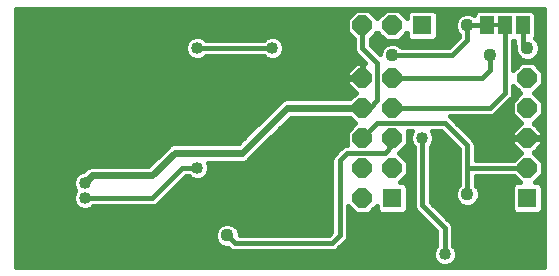
<source format=gbl>
G75*
G70*
%OFA0B0*%
%FSLAX24Y24*%
%IPPOS*%
%LPD*%
%AMOC8*
5,1,8,0,0,1.08239X$1,22.5*
%
%ADD10R,0.0640X0.0640*%
%ADD11OC8,0.0640*%
%ADD12R,0.0460X0.0630*%
%ADD13C,0.0160*%
%ADD14C,0.0400*%
%ADD15C,0.0240*%
%ADD16C,0.0436*%
%ADD17C,0.0150*%
%ADD18C,0.0120*%
D10*
X017399Y008149D03*
X021899Y008149D03*
X018399Y013899D03*
D11*
X017399Y013899D03*
X016399Y013899D03*
X016399Y012149D03*
X017399Y012149D03*
X017399Y011149D03*
X016399Y011149D03*
X016399Y010149D03*
X017399Y010149D03*
X017399Y009149D03*
X016399Y009149D03*
X016399Y008149D03*
X021899Y009149D03*
X021899Y010149D03*
X021899Y011149D03*
X021899Y012149D03*
D12*
X021749Y013899D03*
X021149Y013899D03*
X020549Y013899D03*
D13*
X004849Y014449D02*
X004849Y005848D01*
X022449Y005848D01*
X022449Y014449D01*
X004849Y014449D01*
X004849Y014429D02*
X022449Y014429D01*
X022449Y014271D02*
X022179Y014271D01*
X022179Y014296D02*
X022061Y014413D01*
X021436Y014413D01*
X020836Y014413D01*
X020236Y014413D01*
X020119Y014296D01*
X020119Y014260D01*
X019982Y014317D01*
X019815Y014317D01*
X019662Y014253D01*
X019544Y014135D01*
X019481Y013982D01*
X019481Y013815D01*
X019544Y013662D01*
X019619Y013587D01*
X019619Y013514D01*
X019283Y013178D01*
X017710Y013178D01*
X017635Y013253D01*
X017482Y013317D01*
X017315Y013317D01*
X017162Y013253D01*
X017044Y013135D01*
X016981Y012982D01*
X016981Y012962D01*
X016679Y013264D01*
X016679Y013443D01*
X016899Y013663D01*
X017183Y013379D01*
X017614Y013379D01*
X017879Y013643D01*
X017879Y013496D01*
X017996Y013379D01*
X018801Y013379D01*
X018919Y013496D01*
X018919Y014301D01*
X018801Y014418D01*
X017996Y014418D01*
X017879Y014301D01*
X017879Y014154D01*
X017614Y014418D01*
X017183Y014418D01*
X016899Y014134D01*
X016614Y014418D01*
X016183Y014418D01*
X015879Y014114D01*
X015879Y013683D01*
X016119Y013443D01*
X016119Y013093D01*
X016161Y012990D01*
X016240Y012911D01*
X016503Y012648D01*
X016419Y012648D01*
X016419Y012169D01*
X016379Y012169D01*
X016379Y012648D01*
X016192Y012648D01*
X015899Y012356D01*
X015899Y012169D01*
X016378Y012169D01*
X016378Y012128D01*
X015899Y012128D01*
X015899Y011941D01*
X016177Y011663D01*
X015983Y011468D01*
X013962Y011468D01*
X013835Y011468D01*
X013717Y011420D01*
X012266Y009968D01*
X010085Y009968D01*
X009967Y009920D01*
X009877Y009830D01*
X009877Y009830D01*
X009266Y009218D01*
X007462Y009218D01*
X007335Y009218D01*
X007217Y009170D01*
X007096Y009048D01*
X007069Y009048D01*
X006922Y008988D01*
X006810Y008875D01*
X006749Y008728D01*
X006749Y008569D01*
X006810Y008422D01*
X006833Y008398D01*
X006810Y008375D01*
X006749Y008228D01*
X006749Y008069D01*
X006810Y007922D01*
X006922Y007809D01*
X007069Y007749D01*
X007228Y007749D01*
X007375Y007809D01*
X007434Y007869D01*
X009343Y007869D01*
X009454Y007869D01*
X009557Y007911D01*
X010515Y008869D01*
X010613Y008869D01*
X010672Y008809D01*
X010819Y008749D01*
X010978Y008749D01*
X011125Y008809D01*
X011238Y008922D01*
X011299Y009069D01*
X011299Y009228D01*
X011257Y009329D01*
X012462Y009329D01*
X012580Y009377D01*
X012670Y009467D01*
X014031Y010829D01*
X015983Y010829D01*
X016163Y010648D01*
X015879Y010364D01*
X015879Y009933D01*
X015888Y009923D01*
X015844Y009923D01*
X015743Y009882D01*
X015666Y009804D01*
X015416Y009554D01*
X015374Y009453D01*
X015374Y009344D01*
X015374Y007012D01*
X015285Y006923D01*
X012317Y006923D01*
X012317Y006982D01*
X012253Y007135D01*
X012135Y007253D01*
X011982Y007317D01*
X011815Y007317D01*
X011662Y007253D01*
X011544Y007135D01*
X011481Y006982D01*
X011481Y006815D01*
X011544Y006662D01*
X011662Y006544D01*
X011815Y006480D01*
X011928Y006480D01*
X011993Y006415D01*
X012094Y006374D01*
X015344Y006374D01*
X015453Y006374D01*
X015554Y006415D01*
X015804Y006665D01*
X015882Y006743D01*
X015924Y006844D01*
X015924Y007888D01*
X016183Y007629D01*
X016614Y007629D01*
X016879Y007893D01*
X016879Y007746D01*
X016996Y007629D01*
X017801Y007629D01*
X017919Y007746D01*
X017919Y008551D01*
X017801Y008668D01*
X017654Y008668D01*
X017919Y008933D01*
X017919Y009364D01*
X017634Y009648D01*
X017919Y009933D01*
X017919Y010364D01*
X017914Y010369D01*
X018057Y010369D01*
X017999Y010228D01*
X017999Y010069D01*
X018060Y009922D01*
X018119Y009863D01*
X018119Y007954D01*
X018119Y007843D01*
X018161Y007740D01*
X018869Y007033D01*
X018869Y006559D01*
X018810Y006500D01*
X018749Y006353D01*
X018749Y006194D01*
X018810Y006047D01*
X018922Y005934D01*
X019069Y005874D01*
X019228Y005874D01*
X019375Y005934D01*
X019488Y006047D01*
X019549Y006194D01*
X019549Y006353D01*
X019488Y006500D01*
X019429Y006559D01*
X019429Y007093D01*
X019429Y007204D01*
X019386Y007307D01*
X018679Y008014D01*
X018679Y009863D01*
X018738Y009922D01*
X018799Y010069D01*
X018799Y010228D01*
X018740Y010369D01*
X019033Y010369D01*
X019619Y009783D01*
X019619Y009093D01*
X019619Y008585D01*
X019544Y008510D01*
X019481Y008357D01*
X019481Y008190D01*
X019544Y008037D01*
X019662Y007919D01*
X019815Y007855D01*
X019982Y007855D01*
X020135Y007919D01*
X020253Y008037D01*
X020317Y008190D01*
X020317Y008357D01*
X020253Y008510D01*
X020179Y008585D01*
X020179Y008869D01*
X021443Y008869D01*
X021643Y008668D01*
X021496Y008668D01*
X021379Y008551D01*
X021379Y007746D01*
X021496Y007629D01*
X022301Y007629D01*
X022419Y007746D01*
X022419Y008551D01*
X022301Y008668D01*
X022154Y008668D01*
X022419Y008933D01*
X022419Y009364D01*
X022120Y009663D01*
X022399Y009941D01*
X022399Y010128D01*
X021919Y010128D01*
X021919Y010169D01*
X022399Y010169D01*
X022399Y010356D01*
X022120Y010634D01*
X022419Y010933D01*
X022419Y011364D01*
X022134Y011648D01*
X022419Y011933D01*
X022419Y012364D01*
X022114Y012668D01*
X021683Y012668D01*
X021429Y012414D01*
X021429Y013384D01*
X021436Y013384D01*
X021469Y013384D01*
X021469Y013354D01*
X021469Y013243D01*
X021481Y013214D01*
X021481Y013065D01*
X021544Y012912D01*
X021662Y012794D01*
X021815Y012730D01*
X021982Y012730D01*
X022135Y012794D01*
X022253Y012912D01*
X022317Y013065D01*
X022317Y013232D01*
X022253Y013385D01*
X022158Y013480D01*
X022179Y013501D01*
X022179Y014296D01*
X022179Y014112D02*
X022449Y014112D01*
X022449Y013954D02*
X022179Y013954D01*
X022179Y013795D02*
X022449Y013795D01*
X022449Y013637D02*
X022179Y013637D01*
X022160Y013478D02*
X022449Y013478D01*
X022449Y013320D02*
X022280Y013320D01*
X022317Y013161D02*
X022449Y013161D01*
X022449Y013003D02*
X022291Y013003D01*
X022185Y012844D02*
X022449Y012844D01*
X022449Y012685D02*
X021429Y012685D01*
X021429Y012527D02*
X021542Y012527D01*
X021612Y012844D02*
X021429Y012844D01*
X021429Y013003D02*
X021507Y013003D01*
X021481Y013161D02*
X021429Y013161D01*
X021429Y013320D02*
X021469Y013320D01*
X021749Y013299D02*
X021899Y013149D01*
X021749Y013299D02*
X021749Y013899D01*
X021149Y013899D02*
X021149Y011649D01*
X020649Y011149D01*
X017399Y011149D01*
X016899Y011399D02*
X016899Y012649D01*
X016399Y013149D01*
X016399Y013899D01*
X015879Y013954D02*
X004849Y013954D01*
X004849Y014112D02*
X015879Y014112D01*
X016036Y014271D02*
X004849Y014271D01*
X004849Y013795D02*
X015879Y013795D01*
X015925Y013637D02*
X004849Y013637D01*
X004849Y013478D02*
X010663Y013478D01*
X010672Y013488D02*
X010560Y013375D01*
X010499Y013228D01*
X010499Y013069D01*
X010560Y012922D01*
X010672Y012809D01*
X010819Y012749D01*
X010978Y012749D01*
X011125Y012809D01*
X011184Y012869D01*
X013113Y012869D01*
X013172Y012809D01*
X013319Y012749D01*
X013478Y012749D01*
X013625Y012809D01*
X013738Y012922D01*
X013799Y013069D01*
X013799Y013228D01*
X013738Y013375D01*
X013625Y013488D01*
X013478Y013548D01*
X013319Y013548D01*
X013172Y013488D01*
X013113Y013428D01*
X011184Y013428D01*
X011125Y013488D01*
X010978Y013548D01*
X010819Y013548D01*
X010672Y013488D01*
X010537Y013320D02*
X004849Y013320D01*
X004849Y013161D02*
X010499Y013161D01*
X010526Y013003D02*
X004849Y013003D01*
X004849Y012844D02*
X010637Y012844D01*
X010899Y013149D02*
X013399Y013149D01*
X013799Y013161D02*
X016119Y013161D01*
X016119Y013320D02*
X013761Y013320D01*
X013635Y013478D02*
X016084Y013478D01*
X016679Y013320D02*
X019424Y013320D01*
X019582Y013478D02*
X018901Y013478D01*
X018919Y013637D02*
X019569Y013637D01*
X019489Y013795D02*
X018919Y013795D01*
X018919Y013954D02*
X019481Y013954D01*
X019535Y014112D02*
X018919Y014112D01*
X018919Y014271D02*
X019705Y014271D01*
X020092Y014271D02*
X020119Y014271D01*
X019899Y013899D02*
X019899Y013399D01*
X019399Y012899D01*
X017399Y012899D01*
X016989Y013003D02*
X016941Y013003D01*
X017070Y013161D02*
X016782Y013161D01*
X016714Y013478D02*
X017084Y013478D01*
X016925Y013637D02*
X016872Y013637D01*
X017714Y013478D02*
X017896Y013478D01*
X017879Y013637D02*
X017872Y013637D01*
X017879Y014271D02*
X017762Y014271D01*
X017036Y014271D02*
X016762Y014271D01*
X016156Y013003D02*
X013771Y013003D01*
X013660Y012844D02*
X016307Y012844D01*
X016466Y012685D02*
X004849Y012685D01*
X004849Y012527D02*
X016070Y012527D01*
X015911Y012368D02*
X004849Y012368D01*
X004849Y012210D02*
X015899Y012210D01*
X015899Y012051D02*
X004849Y012051D01*
X004849Y011893D02*
X015947Y011893D01*
X016106Y011734D02*
X004849Y011734D01*
X004849Y011576D02*
X016091Y011576D01*
X016399Y011149D02*
X016649Y011149D01*
X016899Y011399D01*
X017399Y012149D02*
X020399Y012149D01*
X020649Y012399D01*
X020649Y012899D01*
X020549Y013899D02*
X019899Y013899D01*
X022256Y012527D02*
X022449Y012527D01*
X022449Y012368D02*
X022414Y012368D01*
X022419Y012210D02*
X022449Y012210D01*
X022449Y012051D02*
X022419Y012051D01*
X022449Y011893D02*
X022378Y011893D01*
X022449Y011734D02*
X022220Y011734D01*
X022207Y011576D02*
X022449Y011576D01*
X022449Y011417D02*
X022365Y011417D01*
X022419Y011259D02*
X022449Y011259D01*
X022449Y011100D02*
X022419Y011100D01*
X022419Y010941D02*
X022449Y010941D01*
X022449Y010783D02*
X022268Y010783D01*
X022130Y010624D02*
X022449Y010624D01*
X022449Y010466D02*
X022288Y010466D01*
X022399Y010307D02*
X022449Y010307D01*
X022449Y010149D02*
X021919Y010149D01*
X021878Y010149D02*
X020044Y010149D01*
X020057Y010136D02*
X019325Y010869D01*
X020593Y010869D01*
X020704Y010869D01*
X020807Y010911D01*
X021307Y011411D01*
X021386Y011490D01*
X021429Y011593D01*
X021429Y011883D01*
X021663Y011648D01*
X021379Y011364D01*
X021379Y010933D01*
X021677Y010634D01*
X021399Y010356D01*
X021399Y010169D01*
X021878Y010169D01*
X021878Y010128D01*
X021399Y010128D01*
X021399Y009941D01*
X021677Y009663D01*
X021443Y009428D01*
X020179Y009428D01*
X020179Y009954D01*
X020136Y010057D01*
X020057Y010136D01*
X020164Y009990D02*
X021399Y009990D01*
X021508Y009832D02*
X020179Y009832D01*
X020179Y009673D02*
X021667Y009673D01*
X021529Y009515D02*
X020179Y009515D01*
X019899Y009149D02*
X019899Y009899D01*
X019149Y010649D01*
X016899Y010649D01*
X016399Y010149D01*
X015879Y010149D02*
X013351Y010149D01*
X013193Y009990D02*
X015879Y009990D01*
X015693Y009832D02*
X013034Y009832D01*
X012876Y009673D02*
X015534Y009673D01*
X015399Y009515D02*
X012717Y009515D01*
X012529Y009356D02*
X015374Y009356D01*
X015374Y009198D02*
X011299Y009198D01*
X011286Y009039D02*
X015374Y009039D01*
X015374Y008880D02*
X011196Y008880D01*
X010899Y009149D02*
X010399Y009149D01*
X009399Y008149D01*
X007149Y008149D01*
X006756Y008246D02*
X004849Y008246D01*
X004849Y008088D02*
X006749Y008088D01*
X006807Y007929D02*
X004849Y007929D01*
X004849Y007771D02*
X007016Y007771D01*
X007282Y007771D02*
X015374Y007771D01*
X015374Y007929D02*
X009575Y007929D01*
X009734Y008088D02*
X015374Y008088D01*
X015374Y008246D02*
X009892Y008246D01*
X010051Y008405D02*
X015374Y008405D01*
X015374Y008563D02*
X010209Y008563D01*
X010368Y008722D02*
X015374Y008722D01*
X015924Y007771D02*
X016041Y007771D01*
X015924Y007612D02*
X018289Y007612D01*
X018149Y007771D02*
X017919Y007771D01*
X017919Y007929D02*
X018119Y007929D01*
X018119Y008088D02*
X017919Y008088D01*
X017919Y008246D02*
X018119Y008246D01*
X018119Y008405D02*
X017919Y008405D01*
X017907Y008563D02*
X018119Y008563D01*
X018119Y008722D02*
X017707Y008722D01*
X017866Y008880D02*
X018119Y008880D01*
X018119Y009039D02*
X017919Y009039D01*
X017919Y009198D02*
X018119Y009198D01*
X018119Y009356D02*
X017919Y009356D01*
X017768Y009515D02*
X018119Y009515D01*
X018119Y009673D02*
X017659Y009673D01*
X017817Y009832D02*
X018119Y009832D01*
X018031Y009990D02*
X017919Y009990D01*
X017919Y010149D02*
X017999Y010149D01*
X018032Y010307D02*
X017919Y010307D01*
X018399Y010149D02*
X018399Y007899D01*
X019149Y007149D01*
X019149Y006274D01*
X019467Y006027D02*
X022449Y006027D01*
X022449Y006185D02*
X019545Y006185D01*
X019549Y006344D02*
X022449Y006344D01*
X022449Y006502D02*
X019486Y006502D01*
X019429Y006661D02*
X022449Y006661D01*
X022449Y006819D02*
X019429Y006819D01*
X019429Y006978D02*
X022449Y006978D01*
X022449Y007136D02*
X019429Y007136D01*
X019391Y007295D02*
X022449Y007295D01*
X022449Y007454D02*
X019240Y007454D01*
X019081Y007612D02*
X022449Y007612D01*
X022449Y007771D02*
X022419Y007771D01*
X022419Y007929D02*
X022449Y007929D01*
X022449Y008088D02*
X022419Y008088D01*
X022419Y008246D02*
X022449Y008246D01*
X022449Y008405D02*
X022419Y008405D01*
X022407Y008563D02*
X022449Y008563D01*
X022449Y008722D02*
X022207Y008722D01*
X022366Y008880D02*
X022449Y008880D01*
X022449Y009039D02*
X022419Y009039D01*
X022419Y009198D02*
X022449Y009198D01*
X022449Y009356D02*
X022419Y009356D01*
X022449Y009515D02*
X022268Y009515D01*
X022130Y009673D02*
X022449Y009673D01*
X022449Y009832D02*
X022289Y009832D01*
X022399Y009990D02*
X022449Y009990D01*
X021668Y010624D02*
X019569Y010624D01*
X019727Y010466D02*
X021509Y010466D01*
X021399Y010307D02*
X019886Y010307D01*
X019411Y009990D02*
X018766Y009990D01*
X018799Y010149D02*
X019252Y010149D01*
X019094Y010307D02*
X018766Y010307D01*
X018679Y009832D02*
X019569Y009832D01*
X019619Y009673D02*
X018679Y009673D01*
X018679Y009515D02*
X019619Y009515D01*
X019619Y009356D02*
X018679Y009356D01*
X018679Y009198D02*
X019619Y009198D01*
X019619Y009039D02*
X018679Y009039D01*
X018679Y008880D02*
X019619Y008880D01*
X019619Y008722D02*
X018679Y008722D01*
X018679Y008563D02*
X019597Y008563D01*
X019501Y008405D02*
X018679Y008405D01*
X018679Y008246D02*
X019481Y008246D01*
X019523Y008088D02*
X018679Y008088D01*
X018764Y007929D02*
X019652Y007929D01*
X019899Y008274D02*
X019899Y009149D01*
X021899Y009149D01*
X021590Y008722D02*
X020179Y008722D01*
X020200Y008563D02*
X021391Y008563D01*
X021379Y008405D02*
X020297Y008405D01*
X020317Y008246D02*
X021379Y008246D01*
X021379Y008088D02*
X020274Y008088D01*
X020146Y007929D02*
X021379Y007929D01*
X021379Y007771D02*
X018922Y007771D01*
X018448Y007454D02*
X015924Y007454D01*
X015924Y007295D02*
X018606Y007295D01*
X018765Y007136D02*
X015924Y007136D01*
X015924Y006978D02*
X018869Y006978D01*
X018869Y006819D02*
X015914Y006819D01*
X015800Y006661D02*
X018869Y006661D01*
X018812Y006502D02*
X015641Y006502D01*
X015339Y006978D02*
X012317Y006978D01*
X012252Y007136D02*
X015374Y007136D01*
X015374Y007295D02*
X012034Y007295D01*
X011763Y007295D02*
X004849Y007295D01*
X004849Y007136D02*
X011545Y007136D01*
X011481Y006978D02*
X004849Y006978D01*
X004849Y006819D02*
X011481Y006819D01*
X011545Y006661D02*
X004849Y006661D01*
X004849Y006502D02*
X011763Y006502D01*
X015374Y007454D02*
X004849Y007454D01*
X004849Y007612D02*
X015374Y007612D01*
X016756Y007771D02*
X016879Y007771D01*
X018749Y006344D02*
X004849Y006344D01*
X004849Y006185D02*
X018752Y006185D01*
X018830Y006027D02*
X004849Y006027D01*
X004849Y005868D02*
X022449Y005868D01*
X015879Y010307D02*
X013510Y010307D01*
X013669Y010466D02*
X015981Y010466D01*
X016139Y010624D02*
X013827Y010624D01*
X013986Y010783D02*
X016029Y010783D01*
X016379Y012210D02*
X016419Y012210D01*
X016419Y012368D02*
X016379Y012368D01*
X016379Y012527D02*
X016419Y012527D01*
X013715Y011417D02*
X004849Y011417D01*
X004849Y011259D02*
X013556Y011259D01*
X013398Y011100D02*
X004849Y011100D01*
X004849Y010941D02*
X013239Y010941D01*
X013081Y010783D02*
X004849Y010783D01*
X004849Y010624D02*
X012922Y010624D01*
X012763Y010466D02*
X004849Y010466D01*
X004849Y010307D02*
X012605Y010307D01*
X012446Y010149D02*
X004849Y010149D01*
X004849Y009990D02*
X012288Y009990D01*
X009879Y009832D02*
X004849Y009832D01*
X004849Y009673D02*
X009721Y009673D01*
X009562Y009515D02*
X004849Y009515D01*
X004849Y009356D02*
X009404Y009356D01*
X007284Y009198D02*
X004849Y009198D01*
X004849Y009039D02*
X007046Y009039D01*
X006815Y008880D02*
X004849Y008880D01*
X004849Y008722D02*
X006749Y008722D01*
X006751Y008563D02*
X004849Y008563D01*
X004849Y008405D02*
X006827Y008405D01*
X011160Y012844D02*
X013137Y012844D01*
X013163Y013478D02*
X011135Y013478D01*
X019410Y010783D02*
X021529Y010783D01*
X021379Y010941D02*
X020838Y010941D01*
X020996Y011100D02*
X021379Y011100D01*
X021379Y011259D02*
X021155Y011259D01*
X021313Y011417D02*
X021432Y011417D01*
X021421Y011576D02*
X021591Y011576D01*
X021578Y011734D02*
X021429Y011734D01*
D14*
X018399Y010149D03*
X015149Y007399D03*
X015899Y006399D03*
X017649Y006149D03*
X019149Y006274D03*
X022024Y006274D03*
X013649Y009149D03*
X010899Y009149D03*
X010149Y011149D03*
X008649Y011149D03*
X010274Y013274D03*
X010899Y013149D03*
X013399Y013149D03*
X015399Y013899D03*
X019274Y013899D03*
X008149Y006899D03*
X007149Y008149D03*
X007149Y008649D03*
X005024Y009274D03*
X005024Y007899D03*
X005024Y006899D03*
X010399Y006649D03*
X006149Y013649D03*
D15*
X010149Y009649D02*
X009399Y008899D01*
X007399Y008899D01*
X007149Y008649D01*
X010149Y009649D02*
X012399Y009649D01*
X013899Y011149D01*
X016399Y011149D01*
D16*
X017399Y012899D03*
X019899Y013899D03*
X020649Y012899D03*
X021899Y013149D03*
X019899Y008274D03*
X011899Y006899D03*
D17*
X012149Y006649D01*
X015399Y006649D01*
X015649Y006899D01*
X015649Y009399D01*
X015899Y009649D01*
X017149Y009649D01*
X017399Y009899D01*
X017399Y010149D01*
D18*
X020399Y013899D02*
X021149Y013899D01*
M02*

</source>
